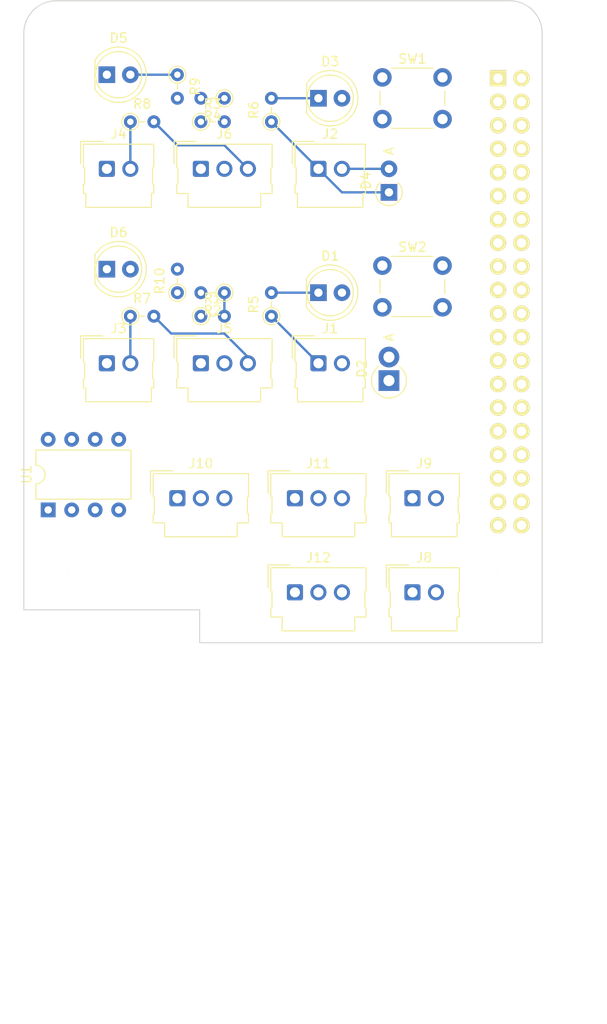
<source format=kicad_pcb>
(kicad_pcb (version 20211014) (generator pcbnew)
  (layers (0 "F.Cu" signal) (31 "B.Cu" signal) (34 "B.Paste" user) (35 "F.Paste" user) (36 "B.SilkS" user "B.Silkscreen") (37 "F.SilkS" user "F.Silkscreen") (38 "B.Mask" user) (39 "F.Mask" user) (44 "Edge.Cuts" user))
  (net 0 "")
  (net 2 "PIRX")
  (net 4 "GND")
  (net 6 "Net-(J5-Pad2)")
  (net 7 "Net-(J6-Pad2)")
  (net 8 "+3.3V")
  (net 9 "Net-(D1-Pad1)")
  (net 10 "+12V")
  (net 11 "Net-(D2-Pad1)")
  (net 12 "Net-(D3-Pad1)")
  (net 13 "Net-(D4-Pad1)")
  (net 14 "Net-(D5-Pad2)")
  (net 15 "Net-(D6-Pad2)")
  (net 16 "WATER_CLOSURE")
  (net 17 "NUTRI_CLOSURE")
  (net 20 "NUTRI_PUMP")
  (net 21 "Net-(Q1-Pad2)")
  (net 22 "WATER_PUMP")
  (net 23 "Net-(Q2-Pad2)")
  (net 24 "NUTRI_LED")
  (net 25 "WATER_LED")
  (footprint "Resistor_THT:R_Axial_DIN0204_L3.6mm_D1.6mm_P2.54mm_Vertical" (layer "F.Cu") (at 129.54 68.58 -90)
    (fp_text reference "R9" (at 1.27 -1.92 90) (layer "F.SilkS"))
    (fp_text value "R")
    (fp_line (start 0.92 0) (end 1.54 0) (layer "F.SilkS") (width 0.12))
    (fp_circle (center 0 0) (end 0.92 0) (layer "F.SilkS") (width 0.12) (fill none))
    (pad "1" thru_hole circle (at 0 0 270) (size 1.4 1.4) (drill 0.7) (layers *.Cu *.Mask) (net 14 "Net-(D5-Pad2)"))
    (pad "2" thru_hole oval (at 2.54 0 270) (size 1.4 1.4) (drill 0.7) (layers *.Cu *.Mask) (net 24 "NUTRI_LED"))
  )
  (footprint "MountingEquipment:raspberrypi_2_3" (layer "F.Cu") (at 165.45 93.09 -90)
    (fp_text reference "J7")
    (fp_text value "Raspberry_Pi_2_3")
    (pad "" np_thru_hole circle (at -29 0 270) (size 2.75 2.75) (drill 2.75) (layers *.Cu *.Mask "F.SilkS"))
    (pad "" np_thru_hole circle (at -29 49 270) (size 2.75 2.75) (drill 2.75) (layers *.Cu *.Mask "F.SilkS"))
    (pad "" np_thru_hole circle (at 29 49 270) (size 2.75 2.75) (drill 2.75) (layers *.Cu *.Mask "F.SilkS"))
    (pad "" np_thru_hole circle (at 29 0 270) (size 2.75 2.75) (drill 2.75) (layers *.Cu *.Mask "F.SilkS"))
    (pad "1" thru_hole rect (at -24.13 1.27 270) (size 1.75 1.75) (drill 1.016) (layers *.Cu *.Mask "F.SilkS") (net 8 "+3.3V"))
    (pad "2" thru_hole circle (at -24.13 -1.27 270) (size 1.75 1.75) (drill 1.016) (layers *.Cu *.Mask "F.SilkS"))
    (pad "3" thru_hole circle (at -21.59 1.27 270) (size 1.75 1.75) (drill 1.016) (layers *.Cu *.Mask "F.SilkS"))
    (pad "4" thru_hole circle (at -21.59 -1.27 270) (size 1.75 1.75) (drill 1.016) (layers *.Cu *.Mask "F.SilkS"))
    (pad "5" thru_hole circle (at -19.05 1.27 270) (size 1.75 1.75) (drill 1.016) (layers *.Cu *.Mask "F.SilkS"))
    (pad "6" thru_hole circle (at -19.05 -1.27 270) (size 1.75 1.75) (drill 1.016) (layers *.Cu *.Mask "F.SilkS") (net 4 "GND"))
    (pad "7" thru_hole circle (at -16.51 1.27 270) (size 1.75 1.75) (drill 1.016) (layers *.Cu *.Mask "F.SilkS"))
    (pad "8" thru_hole circle (at -16.51 -1.27 270) (size 1.75 1.75) (drill 1.016) (layers *.Cu *.Mask "F.SilkS"))
    (pad "9" thru_hole circle (at -13.97 1.27 270) (size 1.75 1.75) (drill 1.016) (layers *.Cu *.Mask "F.SilkS") (net 4 "GND"))
    (pad "10" thru_hole circle (at -13.97 -1.27 270) (size 1.75 1.75) (drill 1.016) (layers *.Cu *.Mask "F.SilkS") (net 2 "PIRX"))
    (pad "11" thru_hole circle (at -11.43 1.27 270) (size 1.75 1.75) (drill 1.016) (layers *.Cu *.Mask "F.SilkS") (net 25 "WATER_LED"))
    (pad "12" thru_hole circle (at -11.43 -1.27 270) (size 1.75 1.75) (drill 1.016) (layers *.Cu *.Mask "F.SilkS") (net 16 "WATER_CLOSURE"))
    (pad "13" thru_hole circle (at -8.89 1.27 270) (size 1.75 1.75) (drill 1.016) (layers *.Cu *.Mask "F.SilkS"))
    (pad "14" thru_hole circle (at -8.89 -1.27 270) (size 1.75 1.75) (drill 1.016) (layers *.Cu *.Mask "F.SilkS") (net 4 "GND"))
    (pad "15" thru_hole circle (at -6.35 1.27 270) (size 1.75 1.75) (drill 1.016) (layers *.Cu *.Mask "F.SilkS"))
    (pad "16" thru_hole circle (at -6.35 -1.27 270) (size 1.75 1.75) (drill 1.016) (layers *.Cu *.Mask "F.SilkS"))
    (pad "17" thru_hole circle (at -3.81 1.27 270) (size 1.75 1.75) (drill 1.016) (layers *.Cu *.Mask "F.SilkS") (net 8 "+3.3V"))
    (pad "18" thru_hole circle (at -3.81 -1.27 270) (size 1.75 1.75) (drill 1.016) (layers *.Cu *.Mask "F.SilkS"))
    (pad "19" thru_hole circle (at -1.27 1.27 270) (size 1.75 1.75) (drill 1.016) (layers *.Cu *.Mask "F.SilkS"))
    (pad "20" thru_hole circle (at -1.27 -1.27 270) (size 1.75 1.75) (drill 1.016) (layers *.Cu *.Mask "F.SilkS") (net 4 "GND"))
    (pad "21" thru_hole circle (at 1.27 1.27 270) (size 1.75 1.75) (drill 1.016) (layers *.Cu *.Mask "F.SilkS"))
    (pad "22" thru_hole circle (at 1.27 -1.27 270) (size 1.75 1.75) (drill 1.016) (layers *.Cu *.Mask "F.SilkS"))
    (pad "23" thru_hole circle (at 3.81 1.27 270) (size 1.75 1.75) (drill 1.016) (layers *.Cu *.Mask "F.SilkS"))
    (pad "24" thru_hole circle (at 3.81 -1.27 270) (size 1.75 1.75) (drill 1.016) (layers *.Cu *.Mask "F.SilkS"))
    (pad "25" thru_hole circle (at 6.35 1.27 270) (size 1.75 1.75) (drill 1.016) (layers *.Cu *.Mask "F.SilkS") (net 4 "GND"))
    (pad "26" thru_hole circle (at 6.35 -1.27 270) (size 1.75 1.75) (drill 1.016) (layers *.Cu *.Mask "F.SilkS"))
    (pad "27" thru_hole circle (at 8.89 1.27 270) (size 1.75 1.75) (drill 1.016) (layers *.Cu *.Mask "F.SilkS"))
    (pad "28" thru_hole circle (at 8.89 -1.27 270) (size 1.75 1.75) (drill 1.016) (layers *.Cu *.Mask "F.SilkS"))
    (pad "29" thru_hole circle (at 11.43 1.27 270) (size 1.75 1.75) (drill 1.016) (layers *.Cu *.Mask "F.SilkS") (net 24 "NUTRI_LED"))
    (pad "30" thru_hole circle (at 11.43 -1.27 270) (size 1.75 1.75) (drill 1.016) (layers *.Cu *.Mask "F.SilkS") (net 4 "GND"))
    (pad "31" thru_hole circle (at 13.97 1.27 270) (size 1.75 1.75) (drill 1.016) (layers *.Cu *.Mask "F.SilkS") (net 17 "NUTRI_CLOSURE"))
    (pad "32" thru_hole circle (at 13.97 -1.27 270) (size 1.75 1.75) (drill 1.016) (layers *.Cu *.Mask "F.SilkS"))
    (pad "33" thru_hole circle (at 16.51 1.27 270) (size 1.75 1.75) (drill 1.016) (layers *.Cu *.Mask "F.SilkS"))
    (pad "34" thru_hole circle (at 16.51 -1.27 270) (size 1.75 1.75) (drill 1.016) (layers *.Cu *.Mask "F.SilkS") (net 4 "GND"))
    (pad "35" thru_hole circle (at 19.05 1.27 270) (size 1.75 1.75) (drill 1.016) (layers *.Cu *.Mask "F.SilkS"))
    (pad "36" thru_hole circle (at 19.05 -1.27 270) (size 1.75 1.75) (drill 1.016) (layers *.Cu *.Mask "F.SilkS"))
    (pad "37" thru_hole circle (at 21.59 1.27 270) (size 1.75 1.75) (drill 1.016) (layers *.Cu *.Mask "F.SilkS"))
    (pad "38" thru_hole circle (at 21.59 -1.27 270) (size 1.75 1.75) (drill 1.016) (layers *.Cu *.Mask "F.SilkS"))
    (pad "39" thru_hole circle (at 24.13 1.27 270) (size 1.75 1.75) (drill 1.016) (layers *.Cu *.Mask "F.SilkS") (net 4 "GND"))
    (pad "40" thru_hole circle (at 24.13 -1.27 270) (size 1.75 1.75) (drill 1.016) (layers *.Cu *.Mask "F.SilkS"))
  )
  (footprint "LED_THT:LED_D5.0mm_Clear" (layer "F.Cu") (at 121.92 89.570834)
    (fp_text reference "D6" (at 1.27 -3.96) (layer "F.SilkS"))
    (fp_text value "LED_WATER")
    (fp_line (start -1.29 -1.545) (end -1.29 1.545) (layer "F.SilkS") (width 0.12))
    (fp_arc (start -1.29 -1.54483) (mid 2.072002 -2.880433) (end 4.26 0.000462) (layer "F.SilkS") (width 0.12))
    (fp_arc (start 4.26 -0.000462) (mid 2.072002 2.880433) (end -1.29 1.54483) (layer "F.SilkS") (width 0.12))
    (fp_circle (center 1.27 0) (end 3.77 0) (layer "F.SilkS") (width 0.12) (fill none))
    (pad "1" thru_hole rect (at 0 0) (size 1.8 1.8) (drill 0.9) (layers *.Cu *.Mask) (net 4 "GND"))
    (pad "2" thru_hole circle (at 2.54 0) (size 1.8 1.8) (drill 0.9) (layers *.Cu *.Mask) (net 15 "Net-(D6-Pad2)"))
  )
  (footprint "Connector_Molex:Molex_SL_171971-0003_1x03_P2.54mm_Vertical" (layer "F.Cu") (at 142.24 124.46)
    (fp_text reference "J12" (at 2.54 -3.75) (layer "F.SilkS"))
    (fp_text value "pH")
    (fp_line (start -2.61 -0.13) (end -2.48 -0.13) (layer "F.SilkS") (width 0.12))
    (fp_line (start 7.56 -0.13) (end 7.69 -0.13) (layer "F.SilkS") (width 0.12))
    (fp_line (start -2.61 -2.66) (end -2.61 -0.13) (layer "F.SilkS") (width 0.12))
    (fp_line (start -2.91 -2.96) (end -0.5 -2.96) (layer "F.SilkS") (width 0.12))
    (fp_line (start -2.91 -0.55) (end -2.91 -2.96) (layer "F.SilkS") (width 0.12))
    (fp_line (start -2.61 1.68) (end -2.61 2.66) (layer "F.SilkS") (width 0.12))
    (fp_line (start 7.69 1.68) (end 7.56 1.68) (layer "F.SilkS") (width 0.12))
    (fp_line (start -2.48 -0.13) (end -2.48 1.68) (layer "F.SilkS") (width 0.12))
    (fp_line (start -1.38 2.66) (end -1.38 4.16) (layer "F.SilkS") (width 0.12))
    (fp_line (start -1.38 4.16) (end 6.46 4.16) (layer "F.SilkS") (width 0.12))
    (fp_line (start -2.61 2.66) (end -1.38 2.66) (layer "F.SilkS") (width 0.12))
    (fp_line (start 7.69 2.66) (end 7.69 1.68) (layer "F.SilkS") (width 0.12))
    (fp_line (start 7.69 -0.13) (end 7.69 -2.66) (layer "F.SilkS") (width 0.12))
    (fp_line (start 6.46 2.66) (end 7.69 2.66) (layer "F.SilkS") (width 0.12))
    (fp_line (start 6.46 4.16) (end 6.46 2.66) (layer "F.SilkS") (width 0.12))
    (fp_line (start 7.56 1.68) (end 7.56 -0.13) (layer "F.SilkS") (width 0.12))
    (fp_line (start -2.48 1.68) (end -2.61 1.68) (layer "F.SilkS") (width 0.12))
    (fp_line (start 7.69 -2.66) (end -2.61 -2.66) (layer "F.SilkS") (width 0.12))
    (pad "1" thru_hole roundrect (at 0 0) (size 1.74 1.74) (drill 1.09) (layers *.Cu *.Mask) (roundrect_rratio 0.143678))
    (pad "2" thru_hole circle (at 2.54 0) (size 1.74 1.74) (drill 1.09) (layers *.Cu *.Mask))
    (pad "3" thru_hole circle (at 5.08 0) (size 1.74 1.74) (drill 1.09) (layers *.Cu *.Mask))
  )
  (footprint "Connector_Molex:Molex_SL_171971-0003_1x03_P2.54mm_Vertical" (layer "F.Cu") (at 132.08 99.730834)
    (fp_text reference "J5" (at 2.54 -3.75) (layer "F.SilkS"))
    (fp_text value "LEVEL_WATER")
    (fp_line (start 7.69 1.68) (end 7.56 1.68) (layer "F.SilkS") (width 0.12))
    (fp_line (start -2.48 1.68) (end -2.61 1.68) (layer "F.SilkS") (width 0.12))
    (fp_line (start 7.56 -0.13) (end 7.69 -0.13) (layer "F.SilkS") (width 0.12))
    (fp_line (start -2.48 -0.13) (end -2.48 1.68) (layer "F.SilkS") (width 0.12))
    (fp_line (start -2.61 -2.66) (end -2.61 -0.13) (layer "F.SilkS") (width 0.12))
    (fp_line (start 7.69 -2.66) (end -2.61 -2.66) (layer "F.SilkS") (width 0.12))
    (fp_line (start -2.61 2.66) (end -1.38 2.66) (layer "F.SilkS") (width 0.12))
    (fp_line (start 7.69 2.66) (end 7.69 1.68) (layer "F.SilkS") (width 0.12))
    (fp_line (start -2.91 -0.55) (end -2.91 -2.96) (layer "F.SilkS") (width 0.12))
    (fp_line (start -2.61 -0.13) (end -2.48 -0.13) (layer "F.SilkS") (width 0.12))
    (fp_line (start -2.91 -2.96) (end -0.5 -2.96) (layer "F.SilkS") (width 0.12))
    (fp_line (start -2.61 1.68) (end -2.61 2.66) (layer "F.SilkS") (width 0.12))
    (fp_line (start 7.56 1.68) (end 7.56 -0.13) (layer "F.SilkS") (width 0.12))
    (fp_line (start 6.46 2.66) (end 7.69 2.66) (layer "F.SilkS") (width 0.12))
    (fp_line (start -1.38 2.66) (end -1.38 4.16) (layer "F.SilkS") (width 0.12))
    (fp_line (start 7.69 -0.13) (end 7.69 -2.66) (layer "F.SilkS") (width 0.12))
    (fp_line (start -1.38 4.16) (end 6.46 4.16) (layer "F.SilkS") (width 0.12))
    (fp_line (start 6.46 4.16) (end 6.46 2.66) (layer "F.SilkS") (width 0.12))
    (pad "1" thru_hole roundrect (at 0 0) (size 1.74 1.74) (drill 1.09) (layers *.Cu *.Mask) (roundrect_rratio 0.143678) (net 4 "GND"))
    (pad "2" thru_hole circle (at 2.54 0) (size 1.74 1.74) (drill 1.09) (layers *.Cu *.Mask) (net 6 "Net-(J5-Pad2)"))
    (pad "3" thru_hole circle (at 5.08 0) (size 1.74 1.74) (drill 1.09) (layers *.Cu *.Mask) (net 8 "+3.3V"))
  )
  (footprint "Resistor_THT:R_Axial_DIN0204_L3.6mm_D1.6mm_P2.54mm_Vertical" (layer "F.Cu") (at 132.08 94.650834)
    (fp_text reference "R1" (at 1.27 -1.92) (layer "F.SilkS"))
    (fp_text value "R")
    (fp_line (start 0.92 0) (end 1.54 0) (layer "F.SilkS") (width 0.12))
    (fp_circle (center 0 0) (end 0.92 0) (layer "F.SilkS") (width 0.12) (fill none))
    (pad "1" thru_hole circle (at 0 0) (size 1.4 1.4) (drill 0.7) (layers *.Cu *.Mask) (net 4 "GND"))
    (pad "2" thru_hole oval (at 2.54 0) (size 1.4 1.4) (drill 0.7) (layers *.Cu *.Mask) (net 20 "NUTRI_PUMP"))
  )
  (footprint "Connector_Molex:Molex_SL_171971-0002_1x02_P2.54mm_Vertical" (layer "F.Cu") (at 144.78 78.74)
    (fp_text reference "J2" (at 1.27 -3.75) (layer "F.SilkS"))
    (fp_text value "PUMP_WATER")
    (fp_line (start -2.27 4.16) (end 4.81 4.16) (layer "F.SilkS") (width 0.12))
    (fp_line (start 5.07 2.66) (end 5.07 1.68) (layer "F.SilkS") (width 0.12))
    (fp_line (start -2.53 -2.66) (end -2.53 -0.13) (layer "F.SilkS") (width 0.12))
    (fp_line (start 4.94 1.68) (end 4.94 -0.13) (layer "F.SilkS") (width 0.12))
    (fp_line (start -2.83 -2.96) (end -0.42 -2.96) (layer "F.SilkS") (width 0.12))
    (fp_line (start 4.94 -0.13) (end 5.07 -0.13) (layer "F.SilkS") (width 0.12))
    (fp_line (start -2.53 -0.13) (end -2.4 -0.13) (layer "F.SilkS") (width 0.12))
    (fp_line (start -2.83 -0.55) (end -2.83 -2.96) (layer "F.SilkS") (width 0.12))
    (fp_line (start 5.07 1.68) (end 4.94 1.68) (layer "F.SilkS") (width 0.12))
    (fp_line (start 4.81 2.66) (end 5.07 2.66) (layer "F.SilkS") (width 0.12))
    (fp_line (start -2.53 1.68) (end -2.53 2.66) (layer "F.SilkS") (width 0.12))
    (fp_line (start 5.07 -2.66) (end -2.53 -2.66) (layer "F.SilkS") (width 0.12))
    (fp_line (start -2.4 1.68) (end -2.53 1.68) (layer "F.SilkS") (width 0.12))
    (fp_line (start -2.53 2.66) (end -2.27 2.66) (layer "F.SilkS") (width 0.12))
    (fp_line (start -2.27 2.66) (end -2.27 4.16) (layer "F.SilkS") (width 0.12))
    (fp_line (start -2.4 -0.13) (end -2.4 1.68) (layer "F.SilkS") (width 0.12))
    (fp_line (start 5.07 -0.13) (end 5.07 -2.66) (layer "F.SilkS") (width 0.12))
    (fp_line (start 4.81 4.16) (end 4.81 2.66) (layer "F.SilkS") (width 0.12))
    (pad "1" thru_hole roundrect (at 0 0) (size 1.74 1.74) (drill 1.09) (layers *.Cu *.Mask) (roundrect_rratio 0.143678) (net 13 "Net-(D4-Pad1)"))
    (pad "2" thru_hole circle (at 2.54 0) (size 1.74 1.74) (drill 1.09) (layers *.Cu *.Mask) (net 10 "+12V"))
  )
  (footprint "Resistor_THT:R_Axial_DIN0204_L3.6mm_D1.6mm_P2.54mm_Vertical" (layer "F.Cu") (at 139.7 73.66 90)
    (fp_text reference "R6" (at 1.27 -1.92 90) (layer "F.SilkS"))
    (fp_text value "R")
    (fp_line (start 0.92 0) (end 1.54 0) (layer "F.SilkS") (width 0.12))
    (fp_circle (center 0 0) (end 0.92 0) (layer "F.SilkS") (width 0.12) (fill none))
    (pad "1" thru_hole circle (at 0 0 90) (size 1.4 1.4) (drill 0.7) (layers *.Cu *.Mask) (net 13 "Net-(D4-Pad1)"))
    (pad "2" thru_hole oval (at 2.54 0 90) (size 1.4 1.4) (drill 0.7) (layers *.Cu *.Mask) (net 12 "Net-(D3-Pad1)"))
  )
  (footprint "Package_DIP:DIP-8_W7.62mm" (layer "F.Cu") (at 115.58 115.56 90)
    (fp_text reference "U1" (at 3.81 -2.33 90) (layer "F.SilkS"))
    (fp_text value "ATtiny85-20P")
    (fp_line (start 6.46 8.95) (end 6.46 -1.33) (layer "F.SilkS") (width 0.12))
    (fp_line (start 2.81 -1.33) (end 1.16 -1.33) (layer "F.SilkS") (width 0.12))
    (fp_line (start 6.46 -1.33) (end 4.81 -1.33) (layer "F.SilkS") (width 0.12))
    (fp_line (start 1.16 8.95) (end 6.46 8.95) (layer "F.SilkS") (width 0.12))
    (fp_line (start 1.16 -1.33) (end 1.16 8.95) (layer "F.SilkS") (width 0.12))
    (fp_arc (start 4.81 -1.33) (mid 3.81 -0.33) (end 2.81 -1.33) (layer "F.SilkS") (width 0.12))
    (pad "1" thru_hole rect (at 0 0 90) (size 1.6 1.6) (drill 0.8) (layers *.Cu *.Mask))
    (pad "2" thru_hole oval (at 0 2.54 90) (size 1.6 1.6) (drill 0.8) (layers *.Cu *.Mask) (net 2 "PIRX"))
    (pad "3" thru_hole oval (at 0 5.08 90) (size 1.6 1.6) (drill 0.8) (layers *.Cu *.Mask))
    (pad "4" thru_hole oval (at 0 7.62 90) (size 1.6 1.6) (drill 0.8) (layers *.Cu *.Mask) (net 4 "GND"))
    (pad "5" thru_hole oval (at 7.62 7.62 90) (size 1.6 1.6) (drill 0.8) (layers *.Cu *.Mask))
    (pad "6" thru_hole oval (at 7.62 5.08 90) (size 1.6 1.6) (drill 0.8) (layers *.Cu *.Mask) (net 6 "Net-(J5-Pad2)"))
    (pad "7" thru_hole oval (at 7.62 2.54 90) (size 1.6 1.6) (drill 0.8) (layers *.Cu *.Mask) (net 7 "Net-(J6-Pad2)"))
    (pad "8" thru_hole oval (at 7.62 0 90) (size 1.6 1.6) (drill 0.8) (layers *.Cu *.Mask) (net 8 "+3.3V"))
  )
  (footprint "Connector_Molex:Molex_SL_171971-0002_1x02_P2.54mm_Vertical" (layer "F.Cu") (at 154.94 124.46)
    (fp_text reference "J8" (at 1.27 -3.75) (layer "F.SilkS"))
    (fp_text value "POWER")
    (fp_line (start 5.07 2.66) (end 5.07 1.68) (layer "F.SilkS") (width 0.12))
    (fp_line (start -2.4 1.68) (end -2.53 1.68) (layer "F.SilkS") (width 0.12))
    (fp_line (start -2.83 -0.55) (end -2.83 -2.96) (layer "F.SilkS") (width 0.12))
    (fp_line (start 5.07 -2.66) (end -2.53 -2.66) (layer "F.SilkS") (width 0.12))
    (fp_line (start 4.81 4.16) (end 4.81 2.66) (layer "F.SilkS") (width 0.12))
    (fp_line (start 4.81 2.66) (end 5.07 2.66) (layer "F.SilkS") (width 0.12))
    (fp_line (start -2.83 -2.96) (end -0.42 -2.96) (layer "F.SilkS") (width 0.12))
    (fp_line (start -2.53 1.68) (end -2.53 2.66) (layer "F.SilkS") (width 0.12))
    (fp_line (start -2.27 4.16) (end 4.81 4.16) (layer "F.SilkS") (width 0.12))
    (fp_line (start 5.07 1.68) (end 4.94 1.68) (layer "F.SilkS") (width 0.12))
    (fp_line (start 5.07 -0.13) (end 5.07 -2.66) (layer "F.SilkS") (width 0.12))
    (fp_line (start 4.94 1.68) (end 4.94 -0.13) (layer "F.SilkS") (width 0.12))
    (fp_line (start -2.53 -0.13) (end -2.4 -0.13) (layer "F.SilkS") (width 0.12))
    (fp_line (start 4.94 -0.13) (end 5.07 -0.13) (layer "F.SilkS") (width 0.12))
    (fp_line (start -2.27 2.66) (end -2.27 4.16) (layer "F.SilkS") (width 0.12))
    (fp_line (start -2.4 -0.13) (end -2.4 1.68) (layer "F.SilkS") (width 0.12))
    (fp_line (start -2.53 -2.66) (end -2.53 -0.13) (layer "F.SilkS") (width 0.12))
    (fp_line (start -2.53 2.66) (end -2.27 2.66) (layer "F.SilkS") (width 0.12))
    (pad "1" thru_hole roundrect (at 0 0) (size 1.74 1.74) (drill 1.09) (layers *.Cu *.Mask) (roundrect_rratio 0.143678) (net 4 "GND"))
    (pad "2" thru_hole circle (at 2.54 0) (size 1.74 1.74) (drill 1.09) (layers *.Cu *.Mask) (net 10 "+12V"))
  )
  (footprint "Diode_THT:D_A-405_P2.54mm_Vertical_AnodeUp" (layer "F.Cu") (at 152.4 81.28 90)
    (fp_text reference "D4" (at 1.27 -2.47 90) (layer "F.SilkS"))
    (fp_text value "DIODE")
    (fp_text user "A" (at 4.44 0 90) (layer "F.SilkS"))
    (fp_arc (start 1.05385 0.968866) (mid -1.430816 -0.045469) (end 1.113239 -0.9) (layer "F.SilkS") (width 0.12))
    (pad "1" thru_hole rect (at 0 0 90) (size 1.8 1.8) (drill 0.9) (layers *.Cu *.Mask) (net 13 "Net-(D4-Pad1)"))
    (pad "2" thru_hole oval (at 2.54 0 90) (size 1.8 1.8) (drill 0.9) (layers *.Cu *.Mask) (net 10 "+12V"))
  )
  (footprint "Resistor_THT:R_Axial_DIN0204_L3.6mm_D1.6mm_P2.54mm_Vertical" (layer "F.Cu") (at 134.62 71.12 180)
    (fp_text reference "R4" (at 1.27 -1.92) (layer "F.SilkS"))
    (fp_text value "R")
    (fp_line (start 0.92 0) (end 1.54 0) (layer "F.SilkS") (width 0.12))
    (fp_circle (center 0 0) (end 0.92 0) (layer "F.SilkS") (width 0.12) (fill none))
    (pad "1" thru_hole circle (at 0 0 180) (size 1.4 1.4) (drill 0.7) (layers *.Cu *.Mask) (net 22 "WATER_PUMP"))
    (pad "2" thru_hole oval (at 2.54 0 180) (size 1.4 1.4) (drill 0.7) (layers *.Cu *.Mask) (net 23 "Net-(Q2-Pad2)"))
  )
  (footprint "LED_THT:LED_D5.0mm_Clear" (layer "F.Cu") (at 121.92 68.58)
    (fp_text reference "D5" (at 1.27 -3.96) (layer "F.SilkS"))
    (fp_text value "LED_NUTRI")
    (fp_line (start -1.29 -1.545) (end -1.29 1.545) (layer "F.SilkS") (width 0.12))
    (fp_arc (start 4.26 -0.000462) (mid 2.072002 2.880433) (end -1.29 1.54483) (layer "F.SilkS") (width 0.12))
    (fp_arc (start -1.29 -1.54483) (mid 2.072002 -2.880433) (end 4.26 0.000462) (layer "F.SilkS") (width 0.12))
    (fp_circle (center 1.27 0) (end 3.77 0) (layer "F.SilkS") (width 0.12) (fill none))
    (pad "1" thru_hole rect (at 0 0) (size 1.8 1.8) (drill 0.9) (layers *.Cu *.Mask) (net 4 "GND"))
    (pad "2" thru_hole circle (at 2.54 0) (size 1.8 1.8) (drill 0.9) (layers *.Cu *.Mask) (net 14 "Net-(D5-Pad2)"))
  )
  (footprint "Connector_Molex:Molex_SL_171971-0002_1x02_P2.54mm_Vertical" (layer "F.Cu") (at 121.92 99.730834)
    (fp_text reference "J3" (at 1.27 -3.75) (layer "F.SilkS"))
    (fp_text value "CLOSURE_WATER")
    (fp_line (start -2.53 -2.66) (end -2.53 -0.13) (layer "F.SilkS") (width 0.12))
    (fp_line (start -2.27 2.66) (end -2.27 4.16) (layer "F.SilkS") (width 0.12))
    (fp_line (start -2.53 -0.13) (end -2.4 -0.13) (layer "F.SilkS") (width 0.12))
    (fp_line (start 5.07 -2.66) (end -2.53 -2.66) (layer "F.SilkS") (width 0.12))
    (fp_line (start 5.07 2.66) (end 5.07 1.68) (layer "F.SilkS") (width 0.12))
    (fp_line (start 4.94 1.68) (end 4.94 -0.13) (layer "F.SilkS") (width 0.12))
    (fp_line (start -2.4 1.68) (end -2.53 1.68) (layer "F.SilkS") (width 0.12))
    (fp_line (start -2.53 1.68) (end -2.53 2.66) (layer "F.SilkS") (width 0.12))
    (fp_line (start 4.94 -0.13) (end 5.07 -0.13) (layer "F.SilkS") (width 0.12))
    (fp_line (start -2.53 2.66) (end -2.27 2.66) (layer "F.SilkS") (width 0.12))
    (fp_line (start 5.07 1.68) (end 4.94 1.68) (layer "F.SilkS") (width 0.12))
    (fp_line (start -2.4 -0.13) (end -2.4 1.68) (layer "F.SilkS") (width 0.12))
    (fp_line (start 4.81 4.16) (end 4.81 2.66) (layer "F.SilkS") (width 0.12))
    (fp_line (start -2.83 -0.55) (end -2.83 -2.96) (layer "F.SilkS") (width 0.12))
    (fp_line (start 5.07 -0.13) (end 5.07 -2.66) (layer "F.SilkS") (width 0.12))
    (fp_line (start 4.81 2.66) (end 5.07 2.66) (layer "F.SilkS") (width 0.12))
    (fp_line (start -2.27 4.16) (end 4.81 4.16) (layer "F.SilkS") (width 0.12))
    (fp_line (start -2.83 -2.96) (end -0.42 -2.96) (layer "F.SilkS") (width 0.12))
    (pad "1" thru_hole roundrect (at 0 0) (size 1.74 1.74) (drill 1.09) (layers *.Cu *.Mask) (roundrect_rratio 0.143678) (net 4 "GND"))
    (pad "2" thru_hole circle (at 2.54 0) (size 1.74 1.74) (drill 1.09) (layers *.Cu *.Mask) (net 16 "WATER_CLOSURE"))
  )
  (footprint "LED_THT:LED_D5.0mm_Clear" (layer "F.Cu") (at 144.78 71.12)
    (fp_text reference "D3" (at 1.27 -3.96) (layer "F.SilkS"))
    (fp_text value "LED")
    (fp_line (start -1.29 -1.545) (end -1.29 1.545) (layer "F.SilkS") (width 0.12))
    (fp_arc (start 4.26 -0.000462) (mid 2.072002 2.880433) (end -1.29 1.54483) (layer "F.SilkS") (width 0.12))
    (fp_arc (start -1.29 -1.54483) (mid 2.072002 -2.880433) (end 4.26 0.000462) (layer "F.SilkS") (width 0.12))
    (fp_circle (center 1.27 0) (end 3.77 0) (layer "F.SilkS") (width 0.12) (fill none))
    (pad "1" thru_hole rect (at 0 0) (size 1.8 1.8) (drill 0.9) (layers *.Cu *.Mask) (net 12 "Net-(D3-Pad1)"))
    (pad "2" thru_hole circle (at 2.54 0) (size 1.8 1.8) (drill 0.9) (layers *.Cu *.Mask) (net 10 "+12V"))
  )
  (footprint "Resistor_THT:R_Axial_DIN0204_L3.6mm_D1.6mm_P2.54mm_Vertical" (layer "F.Cu") (at 132.08 73.66)
    (fp_text reference "R3" (at 1.27 -1.92) (layer "F.SilkS"))
    (fp_text value "R")
    (fp_line (start 0.92 0) (end 1.54 0) (layer "F.SilkS") (width 0.12))
    (fp_circle (center 0 0) (end 0.92 0) (layer "F.SilkS") (width 0.12) (fill none))
    (pad "1" thru_hole circle (at 0 0) (size 1.4 1.4) (drill 0.7) (layers *.Cu *.Mask) (net 4 "GND"))
    (pad "2" thru_hole oval (at 2.54 0) (size 1.4 1.4) (drill 0.7) (layers *.Cu *.Mask) (net 22 "WATER_PUMP"))
  )
  (footprint "Resistor_THT:R_Axial_DIN0204_L3.6mm_D1.6mm_P2.54mm_Vertical" (layer "F.Cu") (at 124.46 73.66)
    (fp_text reference "R8" (at 1.27 -1.92) (layer "F.SilkS"))
    (fp_text value "R")
    (fp_line (start 0.92 0) (end 1.54 0) (layer "F.SilkS") (width 0.12))
    (fp_circle (center 0 0) (end 0.92 0) (layer "F.SilkS") (width 0.12) (fill none))
    (pad "1" thru_hole circle (at 0 0) (size 1.4 1.4) (drill 0.7) (layers *.Cu *.Mask) (net 17 "NUTRI_CLOSURE"))
    (pad "2" thru_hole oval (at 2.54 0) (size 1.4 1.4) (drill 0.7) (layers *.Cu *.Mask) (net 8 "+3.3V"))
  )
  (footprint "Connector_Molex:Molex_SL_171971-0002_1x02_P2.54mm_Vertical" (layer "F.Cu") (at 121.92 78.74)
    (fp_text reference "J4" (at 1.27 -3.75) (layer "F.SilkS"))
    (fp_text value "CLOSURE_NUTRI")
    (fp_line (start -2.53 -0.13) (end -2.4 -0.13) (layer "F.SilkS") (width 0.12))
    (fp_line (start -2.53 -2.66) (end -2.53 -0.13) (layer "F.SilkS") (width 0.12))
    (fp_line (start -2.4 -0.13) (end -2.4 1.68) (layer "F.SilkS") (width 0.12))
    (fp_line (start 5.07 -2.66) (end -2.53 -2.66) (layer "F.SilkS") (width 0.12))
    (fp_line (start -2.83 -2.96) (end -0.42 -2.96) (layer "F.SilkS") (width 0.12))
    (fp_line (start -2.4 1.68) (end -2.53 1.68) (layer "F.SilkS") (width 0.12))
    (fp_line (start 5.07 -0.13) (end 5.07 -2.66) (layer "F.SilkS") (width 0.12))
    (fp_line (start 4.81 4.16) (end 4.81 2.66) (layer "F.SilkS") (width 0.12))
    (fp_line (start 5.07 1.68) (end 4.94 1.68) (layer "F.SilkS") (width 0.12))
    (fp_line (start 4.81 2.66) (end 5.07 2.66) (layer "F.SilkS") (width 0.12))
    (fp_line (start 4.94 1.68) (end 4.94 -0.13) (layer "F.SilkS") (width 0.12))
    (fp_line (start 5.07 2.66) (end 5.07 1.68) (layer "F.SilkS") (width 0.12))
    (fp_line (start -2.53 1.68) (end -2.53 2.66) (layer "F.SilkS") (width 0.12))
    (fp_line (start -2.83 -0.55) (end -2.83 -2.96) (layer "F.SilkS") (width 0.12))
    (fp_line (start 4.94 -0.13) (end 5.07 -0.13) (layer "F.SilkS") (width 0.12))
    (fp_line (start -2.53 2.66) (end -2.27 2.66) (layer "F.SilkS") (width 0.12))
    (fp_line (start -2.27 2.66) (end -2.27 4.16) (layer "F.SilkS") (width 0.12))
    (fp_line (start -2.27 4.16) (end 4.81 4.16) (layer "F.SilkS") (width 0.12))
    (pad "1" thru_hole roundrect (at 0 0) (size 1.74 1.74) (drill 1.09) (layers *.Cu *.Mask) (roundrect_rratio 0.143678) (net 4 "GND"))
    (pad "2" thru_hole circle (at 2.54 0) (size 1.74 1.74) (drill 1.09) (layers *.Cu *.Mask) (net 17 "NUTRI_CLOSURE"))
  )
  (footprint "Connector_Molex:Molex_SL_171971-0003_1x03_P2.54mm_Vertical" (layer "F.Cu") (at 142.24 114.3)
    (fp_text reference "J11" (at 2.54 -3.75) (layer "F.SilkS"))
    (fp_text value "TDS")
    (fp_line (start -2.91 -0.55) (end -2.91 -2.96) (layer "F.SilkS") (width 0.12))
    (fp_line (start -2.61 1.68) (end -2.61 2.66) (layer "F.SilkS") (width 0.12))
    (fp_line (start 6.46 4.16) (end 6.46 2.66) (layer "F.SilkS") (width 0.12))
    (fp_line (start -1.38 4.16) (end 6.46 4.16) (layer "F.SilkS") (width 0.12))
    (fp_line (start -2.61 2.66) (end -1.38 2.66) (layer "F.SilkS") (width 0.12))
    (fp_line (start -2.61 -0.13) (end -2.48 -0.13) (layer "F.SilkS") (width 0.12))
    (fp_line (start -2.48 -0.13) (end -2.48 1.68) (layer "F.SilkS") (width 0.12))
    (fp_line (start 7.69 1.68) (end 7.56 1.68) (layer "F.SilkS") (width 0.12))
    (fp_line (start 7.56 -0.13) (end 7.69 -0.13) (layer "F.SilkS") (width 0.12))
    (fp_line (start -1.38 2.66) (end -1.38 4.16) (layer "F.SilkS") (width 0.12))
    (fp_line (start 7.69 -2.66) (end -2.61 -2.66) (layer "F.SilkS") (width 0.12))
    (fp_line (start 6.46 2.66) (end 7.69 2.66) (layer "F.SilkS") (width 0.12))
    (fp_line (start 7.69 2.66) (end 7.69 1.68) (layer "F.SilkS") (width 0.12))
    (fp_line (start -2.48 1.68) (end -2.61 1.68) (layer "F.SilkS") (width 0.12))
    (fp_line (start -2.61 -2.66) (end -2.61 -0.13) (layer "F.SilkS") (width 0.12))
    (fp_line (start 7.56 1.68) (end 7.56 -0.13) (layer "F.SilkS") (width 0.12))
    (fp_line (start -2.91 -2.96) (end -0.5 -2.96) (layer "F.SilkS") (width 0.12))
    (fp_line (start 7.69 -0.13) (end 7.69 -2.66) (layer "F.SilkS") (width 0.12))
    (pad "1" thru_hole roundrect (at 0 0) (size 1.74 1.74) (drill 1.09) (layers *.Cu *.Mask) (roundrect_rratio 0.143678))
    (pad "2" thru_hole circle (at 2.54 0) (size 1.74 1.74) (drill 1.09) (layers *.Cu *.Mask))
    (pad "3" thru_hole circle (at 5.08 0) (size 1.74 1.74) (drill 1.09) (layers *.Cu *.Mask))
  )
  (footprint "LED_THT:LED_D5.0mm_Clear" (layer "F.Cu") (at 144.78 92.110834)
    (fp_text reference "D1" (at 1.27 -3.96) (layer "F.SilkS"))
    (fp_text value "LED")
    (fp_line (start -1.29 -1.545) (end -1.29 1.545) (layer "F.SilkS") (width 0.12))
    (fp_arc (start -1.29 -1.54483) (mid 2.072002 -2.880433) (end 4.26 0.000462) (layer "F.SilkS") (width 0.12))
    (fp_arc (start 4.26 -0.000462) (mid 2.072002 2.880433) (end -1.29 1.54483) (layer "F.SilkS") (width 0.12))
    (fp_circle (center 1.27 0) (end 3.77 0) (layer "F.SilkS") (width 0.12) (fill none))
    (pad "1" thru_hole rect (at 0 0) (size 1.8 1.8) (drill 0.9) (layers *.Cu *.Mask) (net 9 "Net-(D1-Pad1)"))
    (pad "2" thru_hole circle (at 2.54 0) (size 1.8 1.8) (drill 0.9) (layers *.Cu *.Mask) (net 10 "+12V"))
  )
  (footprint "Button_Switch_THT:SW_PUSH_6mm" (layer "F.Cu") (at 151.69 68.87)
    (fp_text reference "SW1" (at 3.25 -2) (layer "F.SilkS"))
    (fp_text value "NUTRI_ENA")
    (fp_line (start 5.5 -1) (end 1 -1) (layer "F.SilkS") (width 0.12))
    (fp_line (start -0.25 1.5) (end -0.25 3) (layer "F.SilkS") (width 0.12))
    (fp_line (start 1 5.5) (end 5.5 5.5) (layer "F.SilkS") (width 0.12))
    (fp_line (start 6.75 3) (end 6.75 1.5) (layer "F.SilkS") (width 0.12))
    (pad "1" thru_hole circle (at 6.5 0 90) (size 2 2) (drill 1.1) (layers *.Cu *.Mask))
    (pad "1" thru_hole circle (at 0 0 90) (size 2 2) (drill 1.1) (layers *.Cu *.Mask))
    (pad "2" thru_hole circle (at 0 4.5 90) (size 2 2) (drill 1.1) (layers *.Cu *.Mask))
    (pad "2" thru_hole circle (at 6.5 4.5 90) (size 2 2) (drill 1.1) (layers *.Cu *.Mask))
  )
  (footprint "Resistor_THT:R_Axial_DIN0204_L3.6mm_D1.6mm_P2.54mm_Vertical" (layer "F.Cu") (at 139.7 94.650834 90)
    (fp_text reference "R5" (at 1.27 -1.92 90) (layer "F.SilkS"))
    (fp_text value "R")
    (fp_line (start 0.92 0) (end 1.54 0) (layer "F.SilkS") (width 0.12))
    (fp_circle (center 0 0) (end 0.92 0) (layer "F.SilkS") (width 0.12) (fill none))
    (pad "1" thru_hole circle (at 0 0 90) (size 1.4 1.4) (drill 0.7) (layers *.Cu *.Mask) (net 11 "Net-(D2-Pad1)"))
    (pad "2" thru_hole oval (at 2.54 0 90) (size 1.4 1.4) (drill 0.7) (layers *.Cu *.Mask) (net 9 "Net-(D1-Pad1)"))
  )
  (footprint "Connector_Molex:Molex_SL_171971-0003_1x03_P2.54mm_Vertical" (layer "F.Cu") (at 129.54 114.3)
    (fp_text reference "J10" (at 2.54 -3.75) (layer "F.SilkS"))
    (fp_text value "1_WIRE")
    (fp_line (start -2.61 -0.13) (end -2.48 -0.13) (layer "F.SilkS") (width 0.12))
    (fp_line (start -2.48 1.68) (end -2.61 1.68) (layer "F.SilkS") (width 0.12))
    (fp_line (start 7.69 2.66) (end 7.69 1.68) (layer "F.SilkS") (width 0.12))
    (fp_line (start 6.46 2.66) (end 7.69 2.66) (layer "F.SilkS") (width 0.12))
    (fp_line (start -2.61 -2.66) (end -2.61 -0.13) (layer "F.SilkS") (width 0.12))
    (fp_line (start -2.91 -2.96) (end -0.5 -2.96) (layer "F.SilkS") (width 0.12))
    (fp_line (start -2.61 2.66) (end -1.38 2.66) (layer "F.SilkS") (width 0.12))
    (fp_line (start 7.69 -0.13) (end 7.69 -2.66) (layer "F.SilkS") (width 0.12))
    (fp_line (start 7.69 1.68) (end 7.56 1.68) (layer "F.SilkS") (width 0.12))
    (fp_line (start 7.56 1.68) (end 7.56 -0.13) (layer "F.SilkS") (width 0.12))
    (fp_line (start 7.56 -0.13) (end 7.69 -0.13) (layer "F.SilkS") (width 0.12))
    (fp_line (start -2.48 -0.13) (end -2.48 1.68) (layer "F.SilkS") (width 0.12))
    (fp_line (start 6.46 4.16) (end 6.46 2.66) (layer "F.SilkS") (width 0.12))
    (fp_line (start -2.91 -0.55) (end -2.91 -2.96) (layer "F.SilkS") (width 0.12))
    (fp_line (start 7.69 -2.66) (end -2.61 -2.66) (layer "F.SilkS") (width 0.12))
    (fp_line (start -2.61 1.68) (end -2.61 2.66) (layer "F.SilkS") (width 0.12))
    (fp_line (start -1.38 2.66) (end -1.38 4.16) (layer "F.SilkS") (width 0.12))
    (fp_line (start -1.38 4.16) (end 6.46 4.16) (layer "F.SilkS") (width 0.12))
    (pad "1" thru_hole roundrect (at 0 0) (size 1.74 1.74) (drill 1.09) (layers *.Cu *.Mask) (roundrect_rratio 0.143678))
    (pad "2" thru_hole circle (at 2.54 0) (size 1.74 1.74) (drill 1.09) (layers *.Cu *.Mask))
    (pad "3" thru_hole circle (at 5.08 0) (size 1.74 1.74) (drill 1.09) (layers *.Cu *.Mask))
  )
  (footprint "Connector_Molex:Molex_SL_171971-0002_1x02_P2.54mm_Vertical" (layer "F.Cu") (at 154.94 114.3)
    (fp_text reference "J9" (at 1.27 -3.75) (layer "F.SilkS"))
    (fp_text value "12V OUT")
    (fp_line (start -2.27 2.66) (end -2.27 4.16) (layer "F.SilkS") (width 0.12))
    (fp_line (start -2.53 1.68) (end -2.53 2.66) (layer "F.SilkS") (width 0.12))
    (fp_line (start -2.53 -0.13) (end -2.4 -0.13) (layer "F.SilkS") (width 0.12))
    (fp_line (start 5.07 -2.66) (end -2.53 -2.66) (layer "F.SilkS") (width 0.12))
    (fp_line (start -2.4 -0.13) (end -2.4 1.68) (layer "F.SilkS") (width 0.12))
    (fp_line (start -2.27 4.16) (end 4.81 4.16) (layer "F.SilkS") (width 0.12))
    (fp_line (start -2.83 -0.55) (end -2.83 -2.96) (layer "F.SilkS") (width 0.12))
    (fp_line (start 4.94 -0.13) (end 5.07 -0.13) (layer "F.SilkS") (width 0.12))
    (fp_line (start -2.4 1.68) (end -2.53 1.68) (layer "F.SilkS") (width 0.12))
    (fp_line (start -2.83 -2.96) (end -0.42 -2.96) (layer "F.SilkS") (width 0.12))
    (fp_line (start 4.81 4.16) (end 4.81 2.66) (layer "F.SilkS") (width 0.12))
    (fp_line (start 4.94 1.68) (end 4.94 -0.13) (layer "F.SilkS") (width 0.12))
    (fp_line (start -2.53 -2.66) (end -2.53 -0.13) (layer "F.SilkS") (width 0.12))
    (fp_line (start -2.53 2.66) (end -2.27 2.66) (layer "F.SilkS") (width 0.12))
    (fp_line (start 5.07 2.66) (end 5.07 1.68) (layer "F.SilkS") (width 0.12))
    (fp_line (start 5.07 -0.13) (end 5.07 -2.66) (layer "F.SilkS") (width 0.12))
    (fp_line (start 4.81 2.66) (end 5.07 2.66) (layer "F.SilkS") (width 0.12))
    (fp_line (start 5.07 1.68) (end 4.94 1.68) (layer "F.SilkS") (width 0.12))
    (pad "1" thru_hole roundrect (at 0 0) (size 1.74 1.74) (drill 1.09) (layers *.Cu *.Mask) (roundrect_rratio 0.143678) (net 4 "GND"))
    (pad "2" thru_hole circle (at 2.54 0) (size 1.74 1.74) (drill 1.09) (layers *.Cu *.Mask) (net 10 "+12V"))
  )
  (footprint "Resistor_THT:R_Axial_DIN0204_L3.6mm_D1.6mm_P2.54mm_Vertical" (layer "F.Cu") (at 129.54 92.110834 90)
    (fp_text reference "R10" (at 1.27 -1.92 90) (layer "F.SilkS"))
    (fp_text value "R")
    (fp_line (start 0.92 0) (end 1.54 0) (layer "F.SilkS") (width 0.12))
    (fp_circle (center 0 0) (end 0.92 0) (layer "F.SilkS") (width 0.12) (fill none))
    (pad "1" thru_hole circle (at 0 0 90) (size 1.4 1.4) (drill 0.7) (layers *.Cu *.Mask) (net 15 "Net-(D6-Pad2)"))
    (pad "2" thru_hole oval (at 2.54 0 90) (size 1.4 1.4) (drill 0.7) (layers *.Cu *.Mask) (net 25 "WATER_LED"))
  )
  (footprint "Diode_THT:D_DO-15_P2.54mm_Vertical_AnodeUp" (layer "F.Cu") (at 152.4 101.6 90)
    (fp_text reference "D2" (at 1.27 -2.92 90) (layer "F.SilkS"))
    (fp_text value "DIODE")
    (fp_text user "A" (at 4.66 0 90) (layer "F.SilkS"))
    (fp_arc (start 1.456371 1.194732) (mid -1.883124 -0.047368) (end 1.514596 -1.12) (layer "F.SilkS") (width 0.12))
    (pad "1" thru_hole rect (at 0 0 90) (size 2.24 2.24) (drill 1.2) (layers *.Cu *.Mask) (net 11 "Net-(D2-Pad1)"))
    (pad "2" thru_hole oval (at 2.54 0 90) (size 2.24 2.24) (drill 1.2) (layers *.Cu *.Mask) (net 10 "+12V"))
  )
  (footprint "Resistor_THT:R_Axial_DIN0204_L3.6mm_D1.6mm_P2.54mm_Vertical" (layer "F.Cu") (at 134.62 92.110834 180)
    (fp_text reference "R2" (at 1.27 -1.92) (layer "F.SilkS"))
    (fp_text value "R")
    (fp_line (start 0.92 0) (end 1.54 0) (layer "F.SilkS") (width 0.12))
    (fp_circle (center 0 0) (end 0.92 0) (layer "F.SilkS") (width 0.12) (fill none))
    (pad "1" thru_hole circle (at 0 0 180) (size 1.4 1.4) (drill 0.7) (layers *.Cu *.Mask) (net 20 "NUTRI_PUMP"))
    (pad "2" thru_hole oval (at 2.54 0 180) (size 1.4 1.4) (drill 0.7) (layers *.Cu *.Mask) (net 21 "Net-(Q1-Pad2)"))
  )
  (footprint "Connector_Molex:Molex_SL_171971-0003_1x03_P2.54mm_Vertical" (layer "F.Cu") (at 132.08 78.74)
    (fp_text reference "J6" (at 2.54 -3.75) (layer "F.SilkS"))
    (fp_text value "LEVEL_NUTRI")
    (fp_line (start -1.38 2.66) (end -1.38 4.16) (layer "F.SilkS") (width 0.12))
    (fp_line (start -2.61 -2.66) (end -2.61 -0.13) (layer "F.SilkS") (width 0.12))
    (fp_line (start -2.61 -0.13) (end -2.48 -0.13) (layer "F.SilkS") (width 0.12))
    (fp_line (start 7.69 -2.66) (end -2.61 -2.66) (layer "F.SilkS") (width 0.12))
    (fp_line (start 7.56 1.68) (end 7.56 -0.13) (layer "F.SilkS") (width 0.12))
    (fp_line (start 6.46 2.66) (end 7.69 2.66) (layer "F.SilkS") (width 0.12))
    (fp_line (start -2.48 1.68) (end -2.61 1.68) (layer "F.SilkS") (width 0.12))
    (fp_line (start -2.91 -0.55) (end -2.91 -2.96) (layer "F.SilkS") (width 0.12))
    (fp_line (start 7.69 1.68) (end 7.56 1.68) (layer "F.SilkS") (width 0.12))
    (fp_line (start -2.61 1.68) (end -2.61 2.66) (layer "F.SilkS") (width 0.12))
    (fp_line (start 7.69 2.66) (end 7.69 1.68) (layer "F.SilkS") (width 0.12))
    (fp_line (start -1.38 4.16) (end 6.46 4.16) (layer "F.SilkS") (width 0.12))
    (fp_line (start 7.56 -0.13) (end 7.69 -0.13) (layer "F.SilkS") (width 0.12))
    (fp_line (start -2.48 -0.13) (end -2.48 1.68) (layer "F.SilkS") (width 0.12))
    (fp_line (start -2.61 2.66) (end -1.38 2.66) (layer "F.SilkS") (width 0.12))
    (fp_line (start 6.46 4.16) (end 6.46 2.66) (layer "F.SilkS") (width 0.12))
    (fp_line (start -2.91 -2.96) (end -0.5 -2.96) (layer "F.SilkS") (width 0.12))
    (fp_line (start 7.69 -0.13) (end 7.69 -2.66) (layer "F.SilkS") (width 0.12))
    (pad "1" thru_hole roundrect (at 0 0) (size 1.74 1.74) (drill 1.09) (layers *.Cu *.Mask) (roundrect_rratio 0.143678) (net 4 "GND"))
    (pad "2" thru_hole circle (at 2.54 0) (size 1.74 1.74) (drill 1.09) (layers *.Cu *.Mask) (net 7 "Net-(J6-Pad2)"))
    (pad "3" thru_hole circle (at 5.08 0) (size 1.74 1.74) (drill 1.09) (layers *.Cu *.Mask) (net 8 "+3.3V"))
  )
  (footprint "Button_Switch_THT:SW_PUSH_6mm" (layer "F.Cu") (at 151.69 89.19)
    (fp_text reference "SW2" (at 3.25 -2) (layer "F.SilkS"))
    (fp_text value "WATER_ENA")
    (fp_line (start 5.5 -1) (end 1 -1) (layer "F.SilkS") (width 0.12))
    (fp_line (start -0.25 1.5) (end -0.25 3) (layer "F.SilkS") (width 0.12))
    (fp_line (start 1 5.5) (end 5.5 5.5) (layer "F.SilkS") (width 0.12))
    (fp_line (start 6.75 3) (end 6.75 1.5) (layer "F.SilkS") (width 0.12))
    (pad "1" thru_hole circle (at 0 0 90) (size 2 2) (drill 1.1) (layers *.Cu *.Mask))
    (pad "1" thru_hole circle (at 6.5 0 90) (size 2 2) (drill 1.1) (layers *.Cu *.Mask))
    (pad "2" thru_hole circle (at 0 4.5 90) (size 2 2) (drill 1.1) (layers *.Cu *.Mask))
    (pad "2" thru_hole circle (at 6.5 4.5 90) (size 2 2) (drill 1.1) (layers *.Cu *.Mask))
  )
  (footprint "Connector_Molex:Molex_SL_171971-0002_1x02_P2.54mm_Vertical" (layer "F.Cu") (at 144.78 99.730834)
    (fp_text reference "J1" (at 1.27 -3.75) (layer "F.SilkS"))
    (fp_text value "PUMP_NUTRI")
    (fp_line (start 4.94 -0.13) (end 5.07 -0.13) (layer "F.SilkS") (width 0.12))
    (fp_line (start -2.53 -0.13) (end -2.4 -0.13) (layer "F.SilkS") (width 0.12))
    (fp_line (start -2.53 2.66) (end -2.27 2.66) (layer "F.SilkS") (width 0.12))
    (fp_line (start -2.83 -2.96) (end -0.42 -2.96) (layer "F.SilkS") (width 0.12))
    (fp_line (start -2.53 -2.66) (end -2.53 -0.13) (layer "F.SilkS") (width 0.12))
    (fp_line (start 4.81 2.66) (end 5.07 2.66) (layer "F.SilkS") (width 0.12))
    (fp_line (start -2.83 -0.55) (end -2.83 -2.96) (layer "F.SilkS") (width 0.12))
    (fp_line (start -2.4 1.68) (end -2.53 1.68) (layer "F.SilkS") (width 0.12))
    (fp_line (start -2.4 -0.13) (end -2.4 1.68) (layer "F.SilkS") (width 0.12))
    (fp_line (start 5.07 -0.13) (end 5.07 -2.66) (layer "F.SilkS") (width 0.12))
    (fp_line (start -2.27 2.66) (end -2.27 4.16) (layer "F.SilkS") (width 0.12))
    (fp_line (start 4.94 1.68) (end 4.94 -0.13) (layer "F.SilkS") (width 0.12))
    (fp_line (start 5.07 2.66) (end 5.07 1.68) (layer "F.SilkS") (width 0.12))
    (fp_line (start -2.27 4.16) (end 4.81 4.16) (layer "F.SilkS") (width 0.12))
    (fp_line (start 5.07 1.68) (end 4.94 1.68) (layer "F.SilkS") (width 0.12))
    (fp_line (start 4.81 4.16) (end 4.81 2.66) (layer "F.SilkS") (width 0.12))
    (fp_line (start 5.07 -2.66) (end -2.53 -2.66) (layer "F.SilkS") (width 0.12))
    (fp_line (start -2.53 1.68) (end -2.53 2.66) (layer "F.SilkS") (width 0.12))
    (pad "1" thru_hole roundrect (at 0 0) (size 1.74 1.74) (drill 1.09) (layers *.Cu *.Mask) (roundrect_rratio 0.143678) (net 11 "Net-(D2-Pad1)"))
    (pad "2" thru_hole circle (at 2.54 0) (size 1.74 1.74) (drill 1.09) (layers *.Cu *.Mask) (net 10 "+12V"))
  )
  (footprint "Resistor_THT:R_Axial_DIN0204_L3.6mm_D1.6mm_P2.54mm_Vertical" (layer "F.Cu") (at 124.46 94.650834)
    (fp_text reference "R7" (at 1.27 -1.92) (layer "F.SilkS"))
    (fp_text value "R")
    (fp_line (start 0.92 0) (end 1.54 0) (layer "F.SilkS") (width 0.12))
    (fp_circle (center 0 0) (end 0.92 0) (layer "F.SilkS") (width 0.12) (fill none))
    (pad "1" thru_hole circle (at 0 0) (size 1.4 1.4) (drill 0.7) (layers *.Cu *.Mask) (net 16 "WATER_CLOSURE"))
    (pad "2" thru_hole oval (at 2.54 0) (size 1.4 1.4) (drill 0.7) (layers *.Cu *.Mask) (net 8 "+3.3V"))
  )
  (gr_arc (start 165.5 60.6) (mid 167.942741 61.642615) (end 168.950357 64.1) (layer "Edge.Cuts") (width 0.1))
  (gr_line (start 131.95 126.35) (end 131.95 129.9) (layer "Edge.Cuts") (width 0.1))
  (gr_line (start 168.95 129.9) (end 168.950357 64.1) (layer "Edge.Cuts") (width 0.1))
  (gr_arc (start 112.95 64.1) (mid 113.975126 61.625126) (end 116.45 60.6) (layer "Edge.Cuts") (width 0.1))
  (gr_line (start 112.95 126.35) (end 131.95 126.35) (layer "Edge.Cuts") (width 0.1))
  (gr_line (start 131.95 129.9) (end 168.95 129.9) (layer "Edge.Cuts") (width 0.1))
  (gr_line (start 165.5 60.6) (end 116.45 60.6) (layer "Edge.Cuts") (width 0.1))
  (gr_line (start 112.95 64.1) (end 112.95 126.35) (layer "Edge.Cuts") (width 0.1))
  (segment (start 129.54 76.2) (end 134.62 76.2) (width 0.25) (layer "B.Cu") (net 8))
  (segment (start 137.16 99.06) (end 137.16 99.730834) (width 0.25) (layer "B.Cu") (net 8))
  (segment (start 127 94.650834) (end 128.869166 96.52) (width 0.25) (layer "B.Cu") (net 8))
  (segment (start 134.62 76.2) (end 137.16 78.74) (width 0.25) (layer "B.Cu") (net 8))
  (segment (start 127 73.66) (end 129.54 76.2) (width 0.25) (layer "B.Cu") (net 8))
  (segment (start 134.62 96.52) (end 137.16 99.06) (width 0.25) (layer "B.Cu") (net 8))
  (segment (start 128.869166 96.52) (end 134.62 96.52) (width 0.25) (layer "B.Cu") (net 8))
  (segment (start 139.7 92.110834) (end 144.78 92.110834) (width 0.25) (layer "B.Cu") (net 9))
  (segment (start 147.32 78.74) (end 152.4 78.74) (width 0.25) (layer "B.Cu") (net 10))
  (segment (start 139.7 94.650834) (end 144.78 99.730834) (width 0.25) (layer "B.Cu") (net 11))
  (segment (start 139.7 71.12) (end 144.78 71.12) (width 0.25) (layer "B.Cu") (net 12))
  (segment (start 144.78 78.74) (end 139.7 73.66) (width 0.25) (layer "B.Cu") (net 13))
  (segment (start 147.32 81.28) (end 152.4 81.28) (width 0.25) (layer "B.Cu") (net 13))
  (segment (start 144.78 78.74) (end 147.32 81.28) (width 0.25) (layer "B.Cu") (net 13))
  (segment (start 124.46 68.58) (end 129.54 68.58) (width 0.25) (layer "B.Cu") (net 14))
  (segment (start 124.46 94.650834) (end 124.46 99.730834) (width 0.25) (layer "B.Cu") (net 16))
  (segment (start 124.46 73.66) (end 124.46 78.74) (width 0.25) (layer "B.Cu") (net 17))
  (segment (start 134.62 92.110834) (end 134.62 94.650834) (width 0.25) (layer "B.Cu") (net 20))
)
</source>
